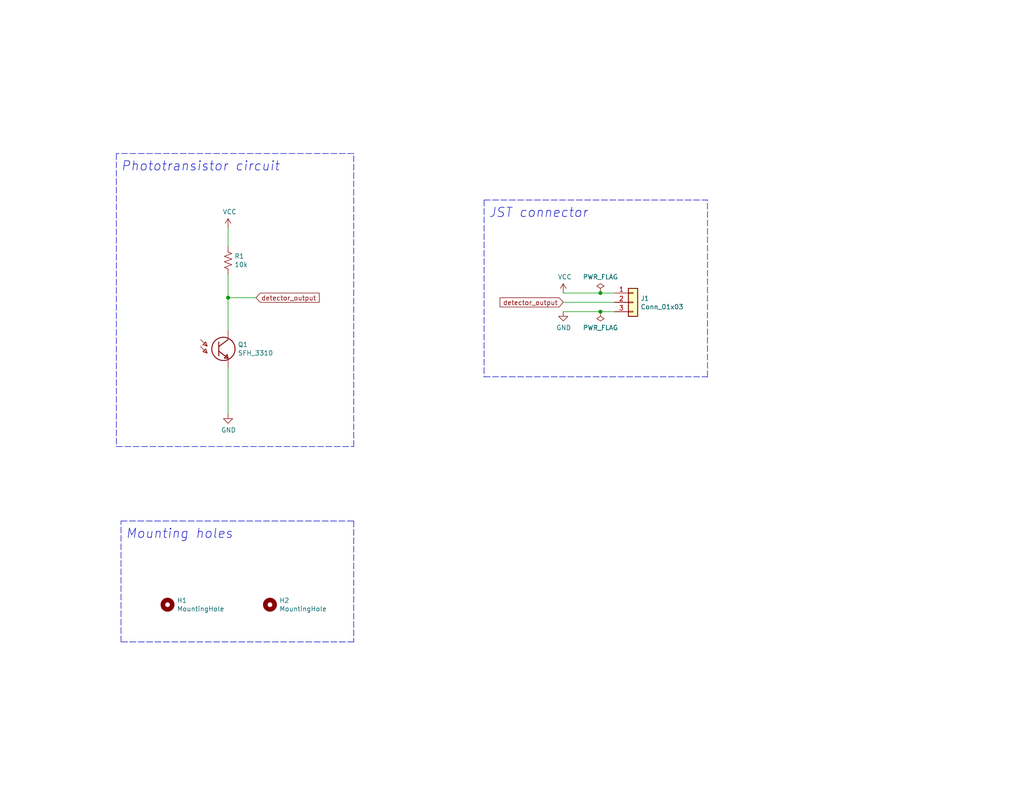
<source format=kicad_sch>
(kicad_sch (version 20211123) (generator eeschema)
  (paper "USLetter")
  (title_block (title "Phototransistor circuit") (date "2022-04-28") (company "Montana Science Center"))
  (lib_symbols
    (symbol "Connector_Generic:Conn_01x03" (pin_names (offset 1.016) hide)
      (property "Reference" "J" (at 0 5.08 0))
      (property "Value" "Conn_01x03" (at 0 -5.08 0))
      (symbol "Conn_01x03_1_1"
        (rectangle (start -1.27 -2.413) (end 0 -2.667) (stroke (width 0.1524)))
        (rectangle (start -1.27 0.127) (end 0 -0.127) (stroke (width 0.1524)))
        (rectangle (start -1.27 2.667) (end 0 2.413) (stroke (width 0.1524)))
        (rectangle (start -1.27 3.81) (end 1.27 -3.81) (stroke (width 0.254)) (fill (type background)))
        (pin passive line (at -5.08 2.54 0) (length 3.81) (name "Pin_1") (number "1"))
        (pin passive line (at -5.08 0 0) (length 3.81) (name "Pin_2") (number "2"))
        (pin passive line (at -5.08 -2.54 0) (length 3.81) (name "Pin_3") (number "3"))
      )
    )
    (symbol "Device:R_US" (pin_numbers hide) (pin_names (offset 0))
      (property "Reference" "R" (at 2.54 0 90))
      (property "Value" "R_US" (at -2.54 0 90))
      (symbol "R_US_0_1"
        (polyline (pts (xy 0 -2.286) (xy 0 -2.54)))
        (polyline (pts (xy 0 2.286) (xy 0 2.54)))
        (polyline (pts (xy 0 -0.762) (xy 1.016 -1.143) (xy 0 -1.524) (xy -1.016 -1.905) (xy 0 -2.286)))
        (polyline (pts (xy 0 0.762) (xy 1.016 0.381) (xy 0 0) (xy -1.016 -0.381) (xy 0 -0.762)))
        (polyline (pts (xy 0 2.286) (xy 1.016 1.905) (xy 0 1.524) (xy -1.016 1.143) (xy 0 0.762)))
      )
      (symbol "R_US_1_1"
        (pin passive line (at 0 3.81 270) (length 1.27) (name "~") (number "1"))
        (pin passive line (at 0 -3.81 90) (length 1.27) (name "~") (number "2"))
      )
    )
    (symbol "Mechanical:MountingHole" (pin_names (offset 1.016))
      (property "Reference" "H" (at 0 5.08 0))
      (property "Value" "MountingHole" (at 0 3.175 0))
      (symbol "MountingHole_0_1"
        (circle (center 0 0) (radius 1.27) (stroke (width 1.27)))
      )
    )
    (symbol "SFH_3310:SFH_3310" (pin_numbers hide) (pin_names (offset 1.016) hide)
      (property "Reference" "Q" (at -10.16 5.08 0))
      (property "Value" "SFH_3310" (at -10.16 -7.62 0))
      (symbol "SFH_3310_0_0"
        (polyline (pts (xy -4.953 0.635) (xy -3.175 -1.143)) (stroke (width 0.1524)))
        (polyline (pts (xy -4.953 2.54) (xy -3.175 0.762)) (stroke (width 0.1524)))
        (polyline (pts (xy -4.318 -0.762) (xy -3.556 0)) (stroke (width 0.1524)))
        (polyline (pts (xy -4.318 1.143) (xy -3.556 1.905)) (stroke (width 0.1524)))
        (polyline (pts (xy -3.556 0) (xy -3.175 -1.143)) (stroke (width 0.1524)))
        (polyline (pts (xy -3.556 1.905) (xy -3.175 0.762)) (stroke (width 0.1524)))
        (polyline (pts (xy -3.175 -1.143) (xy -4.318 -0.762)) (stroke (width 0.1524)))
        (polyline (pts (xy -3.175 0.762) (xy -4.318 1.143)) (stroke (width 0.1524)))
        (polyline (pts (xy 0 -0.635) (xy 0 -1.905)) (stroke (width 0.254)))
        (polyline (pts (xy 0 -0.635) (xy 2.54 -2.54)) (stroke (width 0.254)))
        (polyline (pts (xy 0 0.635) (xy 0 -0.635)) (stroke (width 0.254)))
        (polyline (pts (xy 0 0.635) (xy 2.54 2.54)) (stroke (width 0.254)))
        (polyline (pts (xy 0 1.905) (xy 0 0.635)) (stroke (width 0.254)))
        (polyline (pts (xy 2.286 -2.286) (xy 2.54 -2.54)) (stroke (width 0.1524)))
        (polyline (pts (xy -4.318 -0.762) (xy -3.175 -1.143) (xy -3.556 0) (xy -4.318 -0.762)) (stroke (width 0.1524)) (fill (type background)))
        (polyline (pts (xy -4.318 1.143) (xy -3.175 0.762) (xy -3.556 1.905) (xy -4.318 1.143)) (stroke (width 0.1524)) (fill (type background)))
        (polyline (pts (xy 2.54 -2.54) (xy 2.286 -1.524) (xy 1.524 -2.54) (xy 2.54 -2.54)) (stroke (width 0.254)) (fill (type background)))
        (circle (center 1.27 0) (radius 3.175) (stroke (width 0.254)))
        (pin passive line (at 2.54 -5.08 90) (length 2.54) (name "~") (number "1"))
        (pin passive line (at 2.54 5.08 270) (length 2.54) (name "~") (number "2"))
      )
    )
    (symbol "power:GND" (power) (pin_names (offset 0))
      (property "Value" "GND" (at 0 -3.81 0))
      (symbol "GND_0_1"
        (polyline (pts (xy 0 0) (xy 0 -1.27) (xy 1.27 -1.27) (xy 0 -2.54) (xy -1.27 -1.27) (xy 0 -1.27)))
      )
      (symbol "GND_1_1"
        (pin power_in line (at 0 0 270) (length 0) hide (name "GND") (number "1"))
      )
    )
    (symbol "power:PWR_FLAG" (power) (pin_numbers hide) (pin_names (offset 0) hide)
      (property "Value" "PWR_FLAG" (at 0 3.81 0))
      (symbol "PWR_FLAG_0_0"
        (pin power_out line (at 0 0 90) (length 0) (name "pwr") (number "1"))
      )
      (symbol "PWR_FLAG_0_1"
        (polyline (pts (xy 0 0) (xy 0 1.27) (xy -1.016 1.905) (xy 0 2.54) (xy 1.016 1.905) (xy 0 1.27)))
      )
    )
    (symbol "power:VCC" (power) (pin_names (offset 0))
      (property "Value" "VCC" (at 0 3.81 0))
      (symbol "VCC_0_1"
        (polyline (pts (xy -0.762 1.27) (xy 0 2.54)))
        (polyline (pts (xy 0 0) (xy 0 2.54)))
        (polyline (pts (xy 0 2.54) (xy 0.762 1.27)))
      )
      (symbol "VCC_1_1"
        (pin power_in line (at 0 0 90) (length 0) hide (name "VCC") (number "1"))
      )
    )
  )
  (junction (at 62.23 81.28))
  (junction (at 163.83 80.01))
  (junction (at 163.83 85.09))
  (polyline (pts (xy 33.02 142.24) (xy 96.52 142.24)))
  (wire (pts (xy 153.67 82.55) (xy 167.64 82.55)))
  (wire (pts (xy 163.83 80.01) (xy 153.67 80.01)))
  (polyline (pts (xy 96.52 175.26) (xy 33.02 175.26)))
  (polyline (pts (xy 132.08 102.87) (xy 193.04 102.87)))
  (polyline (pts (xy 132.08 54.61) (xy 132.08 102.87)))
  (polyline (pts (xy 96.52 121.92) (xy 96.52 41.91)))
  (wire (pts (xy 153.67 85.09) (xy 163.83 85.09)))
  (polyline (pts (xy 31.75 121.92) (xy 96.52 121.92)))
  (polyline (pts (xy 132.08 54.61) (xy 193.04 54.61)))
  (wire (pts (xy 163.83 85.09) (xy 167.64 85.09)))
  (polyline (pts (xy 31.75 41.91) (xy 31.75 121.92)))
  (wire (pts (xy 62.23 100.33) (xy 62.23 113.03)))
  (wire (pts (xy 62.23 62.23) (xy 62.23 67.31)))
  (wire (pts (xy 62.23 81.28) (xy 62.23 90.17)))
  (polyline (pts (xy 96.52 41.91) (xy 31.75 41.91)))
  (wire (pts (xy 62.23 74.93) (xy 62.23 81.28)))
  (polyline (pts (xy 193.04 102.87) (xy 193.04 54.61)))
  (wire (pts (xy 163.83 80.01) (xy 167.64 80.01)))
  (polyline (pts (xy 33.02 175.26) (xy 33.02 142.24)))
  (polyline (pts (xy 96.52 142.24) (xy 96.52 175.26)))
  (wire (pts (xy 69.85 81.28) (xy 62.23 81.28)))
  (text "Phototransistor circuit" (at 33.02 46.99 0) (effects (font (size 2.54 2.54) italic) (justify left bottom)))
  (text "JST connector" (at 133.35 59.69 0) (effects (font (size 2.54 2.54) italic) (justify left bottom)))
  (text "Mounting holes" (at 34.29 147.32 0) (effects (font (size 2.54 2.54) italic) (justify left bottom)))
  (global_label "detector_output" (shape input) (at 69.85 81.28 0) (property "Intersheet References" "${INTERSHEET_REFS}" (effects hide)))
  (global_label "detector_output" (shape input) (at 153.67 82.55 180) (property "Intersheet References" "${INTERSHEET_REFS}" (effects hide)))
  (symbol (lib_id "SFH_3310:SFH_3310") (at 59.69 95.25 0) (unit 1)
    (property "Reference" "Q1" (at 64.897 94.0816 0) (effects (justify left)))
    (property "Value" "SFH_3310" (at 64.897 96.393 0) (effects (justify left)))
    (property "Footprint" "SFH_3310:XDCR_SFH_3310" (effects hide))
    (property "PARTREV" "1.3" (effects hide))
    (property "STANDARD" "Manufacturer Recommendations" (effects hide))
    (property "MANUFACTURER" "OSRAM" (effects hide))
  )
  (symbol (lib_id "Device:R_US") (at 62.23 71.12 0) (unit 1)
    (property "Reference" "R1" (at 63.9572 69.9516 0) (effects (justify left)))
    (property "Value" "10k" (at 63.9572 72.263 0) (effects (justify left)))
    (property "Footprint" "Resistor_THT:R_Axial_DIN0207_L6.3mm_D2.5mm_P10.16mm_Horizontal" (effects hide))
  )
  (symbol (lib_id "power:VCC") (at 62.23 62.23 0) (unit 1)
    (property "Reference" "#PWR01" (effects hide))
    (property "Value" "VCC" (at 62.6618 57.8358 0))
  )
  (symbol (lib_id "power:GND") (at 62.23 113.03 0) (unit 1)
    (property "Reference" "#PWR02" (effects hide))
    (property "Value" "GND" (at 62.357 117.4242 0))
  )
  (symbol (lib_id "Mechanical:MountingHole") (at 45.72 165.1 0) (unit 1)
    (property "Reference" "H1" (at 48.26 163.9316 0) (effects (justify left)))
    (property "Value" "MountingHole" (at 48.26 166.243 0) (effects (justify left)))
    (property "Footprint" "MountingHole:MountingHole_3.2mm_M3" (effects hide))
  )
  (symbol (lib_id "Mechanical:MountingHole") (at 73.66 165.1 0) (unit 1)
    (property "Reference" "H2" (at 76.2 163.9316 0) (effects (justify left)))
    (property "Value" "MountingHole" (at 76.2 166.243 0) (effects (justify left)))
    (property "Footprint" "MountingHole:MountingHole_3.2mm_M3" (effects hide))
  )
  (symbol (lib_id "Connector_Generic:Conn_01x03") (at 172.72 82.55 0) (unit 1)
    (property "Reference" "J1" (at 174.752 81.4832 0) (effects (justify left)))
    (property "Value" "Conn_01x03" (at 174.752 83.7946 0) (effects (justify left)))
    (property "Footprint" "Connector_JST:JST_PH_B3B-PH-K_1x03_P2.00mm_Vertical" (effects hide))
  )
  (symbol (lib_id "power:VCC") (at 153.67 80.01 0) (unit 1)
    (property "Reference" "#PWR03" (effects hide))
    (property "Value" "VCC" (at 154.1018 75.6158 0))
  )
  (symbol (lib_id "power:GND") (at 153.67 85.09 0) (unit 1)
    (property "Reference" "#PWR04" (effects hide))
    (property "Value" "GND" (at 153.797 89.4842 0))
  )
  (symbol (lib_id "power:PWR_FLAG") (at 163.83 80.01 0) (unit 1)
    (property "Reference" "#FLG0101" (effects hide))
    (property "Value" "PWR_FLAG" (at 163.83 75.6158 0))
  )
  (symbol (lib_id "power:PWR_FLAG") (at 163.83 85.09 180) (unit 1)
    (property "Reference" "#FLG0102" (effects hide))
    (property "Value" "PWR_FLAG" (at 163.83 89.4842 0))
  )
)
</source>
